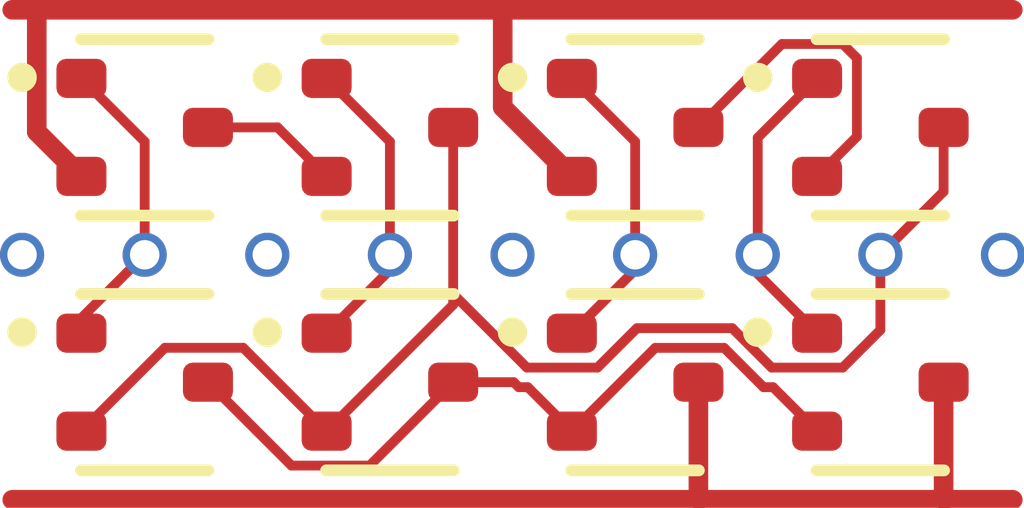
<source format=kicad_pcb>
(kicad_pcb (version 20241229) (generator "pcbnew") (generator_version "9.0")
  (layers (0 "F.Cu" signal) (2 "B.Cu" signal) (13 "F.Paste" user) (15 "B.Paste" user) (5 "F.SilkS" user "F.Silkscreen") (7 "B.SilkS" user "B.Silkscreen") (1 "F.Mask" user) (3 "B.Mask" user) (25 "Edge.Cuts" user))
  (net 0 "")
  (net 1 "Net-(N1-D)")
  (net 2 "GND")
  (net 3 "A")
  (net 4 "B")
  (net 5 "Y")
  (net 6 "C")
  (net 7 "Net-(N3-D)")
  (net 8 "D")
  (net 9 "Net-(P1-D)")
  (net 10 "VDD")
  (footprint "Package_TO_SOT_SMD:SOT-523" (layer "F.Cu") (at 1.25 3.8)
    (property "Reference" "P1" (hide yes))
    (property "Value" "Q_PJFET_GSD" (hide yes))
    (fp_line (start 0.65 -0.9) (end -0.65 -0.9) (stroke (width 0.12)) (layer "F.SilkS"))
    (fp_line (start 0.65 0.9) (end -0.65 0.9) (stroke (width 0.12)) (layer "F.SilkS"))
    (fp_circle (center -1.25 -0.51) (end -1.1 -0.51) (fill yes) (layer "F.SilkS"))
    (pad "1" smd roundrect (at -0.645 -0.5 180) (size 0.51 0.4) (layers "F.Cu" "F.Mask" "F.Paste") (net 3 "A"))
    (pad "2" smd roundrect (at -0.645 0.5 180) (size 0.51 0.4) (layers "F.Cu" "F.Mask" "F.Paste") (net 5 "Y"))
    (pad "3" smd roundrect (at 0.645 0 180) (size 0.51 0.4) (layers "F.Cu" "F.Mask" "F.Paste") (net 9 "Net-(P1-D)"))
  )
  (footprint "Package_TO_SOT_SMD:SOT-523" (layer "F.Cu") (at 3.75 1.2)
    (property "Reference" "N2" (hide yes))
    (property "Value" "Q_NJFET_GSD" (hide yes))
    (fp_line (start 0.65 -0.9) (end -0.65 -0.9) (stroke (width 0.12)) (layer "F.SilkS"))
    (fp_line (start 0.65 0.9) (end -0.65 0.9) (stroke (width 0.12)) (layer "F.SilkS"))
    (fp_circle (center -1.25 -0.51) (end -1.1 -0.51) (fill yes) (layer "F.SilkS"))
    (pad "1" smd roundrect (at -0.645 -0.5 180) (size 0.51 0.4) (layers "F.Cu" "F.Mask" "F.Paste") (net 4 "B"))
    (pad "2" smd roundrect (at -0.645 0.5 180) (size 0.51 0.4) (layers "F.Cu" "F.Mask" "F.Paste") (net 1 "Net-(N1-D)"))
    (pad "3" smd roundrect (at 0.645 0 180) (size 0.51 0.4) (layers "F.Cu" "F.Mask" "F.Paste") (net 5 "Y"))
  )
  (footprint "Package_TO_SOT_SMD:SOT-523" (layer "F.Cu") (at 8.75 1.2)
    (property "Reference" "N4" (hide yes))
    (property "Value" "Q_NJFET_GSD" (hide yes))
    (fp_line (start 0.65 -0.9) (end -0.65 -0.9) (stroke (width 0.12)) (layer "F.SilkS"))
    (fp_line (start 0.65 0.9) (end -0.65 0.9) (stroke (width 0.12)) (layer "F.SilkS"))
    (fp_circle (center -1.25 -0.51) (end -1.1 -0.51) (fill yes) (layer "F.SilkS"))
    (pad "1" smd roundrect (at -0.645 -0.5 180) (size 0.51 0.4) (layers "F.Cu" "F.Mask" "F.Paste") (net 8 "D"))
    (pad "2" smd roundrect (at -0.645 0.5 180) (size 0.51 0.4) (layers "F.Cu" "F.Mask" "F.Paste") (net 7 "Net-(N3-D)"))
    (pad "3" smd roundrect (at 0.645 0 180) (size 0.51 0.4) (layers "F.Cu" "F.Mask" "F.Paste") (net 5 "Y"))
  )
  (footprint "Package_TO_SOT_SMD:SOT-523" (layer "F.Cu") (at 6.25 3.8)
    (property "Reference" "P3" (hide yes))
    (property "Value" "Q_PJFET_GSD" (hide yes))
    (fp_line (start 0.65 -0.9) (end -0.65 -0.9) (stroke (width 0.12)) (layer "F.SilkS"))
    (fp_line (start 0.65 0.9) (end -0.65 0.9) (stroke (width 0.12)) (layer "F.SilkS"))
    (fp_circle (center -1.25 -0.51) (end -1.1 -0.51) (fill yes) (layer "F.SilkS"))
    (pad "1" smd roundrect (at -0.645 -0.5 180) (size 0.51 0.4) (layers "F.Cu" "F.Mask" "F.Paste") (net 6 "C"))
    (pad "2" smd roundrect (at -0.645 0.5 180) (size 0.51 0.4) (layers "F.Cu" "F.Mask" "F.Paste") (net 9 "Net-(P1-D)"))
    (pad "3" smd roundrect (at 0.645 0 180) (size 0.51 0.4) (layers "F.Cu" "F.Mask" "F.Paste") (net 10 "VDD"))
  )
  (footprint "Package_TO_SOT_SMD:SOT-523" (layer "F.Cu") (at 3.75 3.8)
    (property "Reference" "P2" (hide yes))
    (property "Value" "Q_PJFET_GSD" (hide yes))
    (fp_line (start 0.65 -0.9) (end -0.65 -0.9) (stroke (width 0.12)) (layer "F.SilkS"))
    (fp_line (start 0.65 0.9) (end -0.65 0.9) (stroke (width 0.12)) (layer "F.SilkS"))
    (fp_circle (center -1.25 -0.51) (end -1.1 -0.51) (fill yes) (layer "F.SilkS"))
    (pad "1" smd roundrect (at -0.645 -0.5 180) (size 0.51 0.4) (layers "F.Cu" "F.Mask" "F.Paste") (net 4 "B"))
    (pad "2" smd roundrect (at -0.645 0.5 180) (size 0.51 0.4) (layers "F.Cu" "F.Mask" "F.Paste") (net 5 "Y"))
    (pad "3" smd roundrect (at 0.645 0 180) (size 0.51 0.4) (layers "F.Cu" "F.Mask" "F.Paste") (net 9 "Net-(P1-D)"))
  )
  (footprint "Package_TO_SOT_SMD:SOT-523" (layer "F.Cu") (at 8.75 3.8)
    (property "Reference" "P4" (hide yes))
    (property "Value" "Q_PJFET_GSD" (hide yes))
    (fp_line (start 0.65 -0.9) (end -0.65 -0.9) (stroke (width 0.12)) (layer "F.SilkS"))
    (fp_line (start 0.65 0.9) (end -0.65 0.9) (stroke (width 0.12)) (layer "F.SilkS"))
    (fp_circle (center -1.25 -0.51) (end -1.1 -0.51) (fill yes) (layer "F.SilkS"))
    (pad "1" smd roundrect (at -0.645 -0.5 180) (size 0.51 0.4) (layers "F.Cu" "F.Mask" "F.Paste") (net 8 "D"))
    (pad "2" smd roundrect (at -0.645 0.5 180) (size 0.51 0.4) (layers "F.Cu" "F.Mask" "F.Paste") (net 9 "Net-(P1-D)"))
    (pad "3" smd roundrect (at 0.645 0 180) (size 0.51 0.4) (layers "F.Cu" "F.Mask" "F.Paste") (net 10 "VDD"))
  )
  (footprint "Package_TO_SOT_SMD:SOT-523" (layer "F.Cu") (at 1.25 1.2)
    (property "Reference" "N1" (hide yes))
    (property "Value" "Q_NJFET_GSD" (hide yes))
    (fp_line (start 0.65 -0.9) (end -0.65 -0.9) (stroke (width 0.12)) (layer "F.SilkS"))
    (fp_line (start 0.65 0.9) (end -0.65 0.9) (stroke (width 0.12)) (layer "F.SilkS"))
    (fp_circle (center -1.25 -0.51) (end -1.1 -0.51) (fill yes) (layer "F.SilkS"))
    (pad "1" smd roundrect (at -0.645 -0.5 180) (size 0.51 0.4) (layers "F.Cu" "F.Mask" "F.Paste") (net 3 "A"))
    (pad "2" smd roundrect (at -0.645 0.5 180) (size 0.51 0.4) (layers "F.Cu" "F.Mask" "F.Paste") (net 2 "GND"))
    (pad "3" smd roundrect (at 0.645 0 180) (size 0.51 0.4) (layers "F.Cu" "F.Mask" "F.Paste") (net 1 "Net-(N1-D)"))
  )
  (footprint "Package_TO_SOT_SMD:SOT-523" (layer "F.Cu") (at 6.25 1.2)
    (property "Reference" "N3" (hide yes))
    (property "Value" "Q_NJFET_GSD" (hide yes))
    (fp_line (start 0.65 -0.9) (end -0.65 -0.9) (stroke (width 0.12)) (layer "F.SilkS"))
    (fp_line (start 0.65 0.9) (end -0.65 0.9) (stroke (width 0.12)) (layer "F.SilkS"))
    (fp_circle (center -1.25 -0.51) (end -1.1 -0.51) (fill yes) (layer "F.SilkS"))
    (pad "1" smd roundrect (at -0.645 -0.5 180) (size 0.51 0.4) (layers "F.Cu" "F.Mask" "F.Paste") (net 6 "C"))
    (pad "2" smd roundrect (at -0.645 0.5 180) (size 0.51 0.4) (layers "F.Cu" "F.Mask" "F.Paste") (net 2 "GND"))
    (pad "3" smd roundrect (at 0.645 0 180) (size 0.51 0.4) (layers "F.Cu" "F.Mask" "F.Paste") (net 7 "Net-(N3-D)"))
  )
  (via (at 10 2.5) (size 0.45) (drill 0.3) (layers "F.Cu" "B.Cu") (net 0))
  (via (at 5 2.5) (size 0.45) (drill 0.3) (layers "F.Cu" "B.Cu") (net 0))
  (via (at 0 2.5) (size 0.45) (drill 0.3) (layers "F.Cu" "B.Cu") (net 0))
  (via (at 2.5 2.5) (size 0.45) (drill 0.3) (layers "F.Cu" "B.Cu") (net 0))
  (segment (start 2.605 1.2) (end 3.105 1.7) (width 0.1) (layer "F.Cu") (net 1))
  (segment (start 1.895 1.2) (end 2.605 1.2) (width 0.1) (layer "F.Cu") (net 1))
  (segment (start 4.9 0.995) (end 4.9 0) (width 0.2) (layer "F.Cu") (net 2))
  (segment (start 0.605 1.7) (end 0.15 1.245) (width 0.2) (layer "F.Cu") (net 2))
  (segment (start 5.605 1.7) (end 4.9 0.995) (width 0.2) (layer "F.Cu") (net 2))
  (segment (start 0.15 0.05) (end 0.2 0) (width 0.2) (layer "F.Cu") (net 2))
  (segment (start 4.8 0) (end 10.1 0) (width 0.2) (layer "F.Cu") (net 2))
  (segment (start -0.1 0) (end 0.2 0) (width 0.2) (layer "F.Cu") (net 2))
  (segment (start 0.2 0) (end 4.8 0) (width 0.2) (layer "F.Cu") (net 2))
  (segment (start 0.15 1.245) (end 0.15 0.05) (width 0.2) (layer "F.Cu") (net 2))
  (segment (start 1.25 1.345) (end 1.25 2.5) (width 0.1) (layer "F.Cu") (net 3))
  (segment (start 0.605 0.7) (end 1.25 1.345) (width 0.1) (layer "F.Cu") (net 3))
  (segment (start 1.25 2.5) (end 0.605 3.145) (width 0.1) (layer "F.Cu") (net 3))
  (segment (start 0.605 3.145) (end 0.605 3.3) (width 0.1) (layer "F.Cu") (net 3))
  (via (at 1.25 2.5) (size 0.45) (drill 0.3) (layers "F.Cu" "B.Cu") (net 3))
  (segment (start 3.105 0.7) (end 3.75 1.345) (width 0.1) (layer "F.Cu") (net 4))
  (segment (start 3.75 2.5) (end 3.75 2.655) (width 0.1) (layer "F.Cu") (net 4))
  (segment (start 3.75 1.345) (end 3.75 2.5) (width 0.1) (layer "F.Cu") (net 4))
  (segment (start 3.75 2.655) (end 3.105 3.3) (width 0.1) (layer "F.Cu") (net 4))
  (via (at 3.75 2.5) (size 0.45) (drill 0.3) (layers "F.Cu" "B.Cu") (net 4))
  (segment (start 8.366738 3.651) (end 7.64158 3.651) (width 0.1) (layer "F.Cu") (net 5))
  (segment (start 8.75 2.5) (end 8.75 3.267738) (width 0.1) (layer "F.Cu") (net 5))
  (segment (start 9.395 1.855) (end 8.75 2.5) (width 0.1) (layer "F.Cu") (net 5))
  (segment (start 5.146 3.651) (end 4.395 2.9) (width 0.1) (layer "F.Cu") (net 5))
  (segment (start 1.456 3.449) (end 0.605 4.3) (width 0.1) (layer "F.Cu") (net 5))
  (segment (start 5.866738 3.651) (end 5.146 3.651) (width 0.1) (layer "F.Cu") (net 5))
  (segment (start 3.105 4.3) (end 4.395 3.01) (width 0.1) (layer "F.Cu") (net 5))
  (segment (start 2.254 3.449) (end 1.456 3.449) (width 0.1) (layer "F.Cu") (net 5))
  (segment (start 4.395 2.9) (end 4.395 1.2) (width 0.1) (layer "F.Cu") (net 5))
  (segment (start 8.75 3.267738) (end 8.366738 3.651) (width 0.1) (layer "F.Cu") (net 5))
  (segment (start 4.395 3.01) (end 4.395 2.9) (width 0.1) (layer "F.Cu") (net 5))
  (segment (start 3.105 4.3) (end 2.254 3.449) (width 0.1) (layer "F.Cu") (net 5))
  (segment (start 7.239581 3.249) (end 6.268738 3.249) (width 0.1) (layer "F.Cu") (net 5))
  (segment (start 7.64158 3.651) (end 7.239581 3.249) (width 0.1) (layer "F.Cu") (net 5))
  (segment (start 9.395 1.2) (end 9.395 1.855) (width 0.1) (layer "F.Cu") (net 5))
  (segment (start 6.268738 3.249) (end 5.866738 3.651) (width 0.1) (layer "F.Cu") (net 5))
  (via (at 8.75 2.5) (size 0.45) (drill 0.3) (layers "F.Cu" "B.Cu") (net 5))
  (segment (start 6.25 1.345) (end 6.25 2.5) (width 0.1) (layer "F.Cu") (net 6))
  (segment (start 5.605 0.7) (end 6.25 1.345) (width 0.1) (layer "F.Cu") (net 6))
  (segment (start 6.25 2.655) (end 5.605 3.3) (width 0.1) (layer "F.Cu") (net 6))
  (segment (start 6.25 2.5) (end 6.25 2.655) (width 0.1) (layer "F.Cu") (net 6))
  (via (at 6.25 2.5) (size 0.45) (drill 0.3) (layers "F.Cu" "B.Cu") (net 6))
  (segment (start 8.511 0.493262) (end 8.511 1.294) (width 0.1) (layer "F.Cu") (net 7))
  (segment (start 8.511 1.294) (end 8.105 1.7) (width 0.1) (layer "F.Cu") (net 7))
  (segment (start 7.746 0.349) (end 8.366738 0.349) (width 0.1) (layer "F.Cu") (net 7))
  (segment (start 8.366738 0.349) (end 8.511 0.493262) (width 0.1) (layer "F.Cu") (net 7))
  (segment (start 6.895 1.2) (end 7.746 0.349) (width 0.1) (layer "F.Cu") (net 7))
  (segment (start 8.105 0.7) (end 7.5 1.305) (width 0.1) (layer "F.Cu") (net 8))
  (segment (start 7.5 2.695) (end 8.105 3.3) (width 0.1) (layer "F.Cu") (net 8))
  (segment (start 7.5 1.305) (end 7.5 2.5) (width 0.1) (layer "F.Cu") (net 8))
  (segment (start 7.5 2.5) (end 7.5 2.695) (width 0.1) (layer "F.Cu") (net 8))
  (via (at 7.5 2.5) (size 0.45) (drill 0.3) (layers "F.Cu" "B.Cu") (net 8))
  (segment (start 7.656 3.851) (end 8.105 4.3) (width 0.1) (layer "F.Cu") (net 9))
  (segment (start 7.558737 3.851) (end 7.656 3.851) (width 0.1) (layer "F.Cu") (net 9))
  (segment (start 6.455 3.45) (end 7.157738 3.45) (width 0.1) (layer "F.Cu") (net 9))
  (segment (start 2.746 4.651) (end 3.544 4.651) (width 0.1) (layer "F.Cu") (net 9))
  (segment (start 5.063158 3.851) (end 5.156 3.851) (width 0.1) (layer "F.Cu") (net 9))
  (segment (start 7.157738 3.45) (end 7.558737 3.851) (width 0.1) (layer "F.Cu") (net 9))
  (segment (start 5.605 4.3) (end 6.455 3.45) (width 0.1) (layer "F.Cu") (net 9))
  (segment (start 1.895 3.8) (end 2.746 4.651) (width 0.1) (layer "F.Cu") (net 9))
  (segment (start 3.544 4.651) (end 4.395 3.8) (width 0.1) (layer "F.Cu") (net 9))
  (segment (start 4.395 3.8) (end 5.012157 3.8) (width 0.1) (layer "F.Cu") (net 9))
  (segment (start 5.012157 3.8) (end 5.063158 3.851) (width 0.1) (layer "F.Cu") (net 9))
  (segment (start 5.156 3.851) (end 5.605 4.3) (width 0.1) (layer "F.Cu") (net 9))
  (segment (start 6.9 5) (end 9.4 5) (width 0.2) (layer "F.Cu") (net 10))
  (segment (start 6.895 3.8) (end 6.895 4.995) (width 0.2) (layer "F.Cu") (net 10))
  (segment (start 9.395 4.995) (end 9.4 5) (width 0.2) (layer "F.Cu") (net 10))
  (segment (start 9.4 5) (end 10.1 5) (width 0.2) (layer "F.Cu") (net 10))
  (segment (start 6.895 4.995) (end 6.9 5) (width 0.2) (layer "F.Cu") (net 10))
  (segment (start 9.395 3.8) (end 9.395 4.995) (width 0.2) (layer "F.Cu") (net 10))
  (segment (start -0.1 5) (end 6.9 5) (width 0.2) (layer "F.Cu") (net 10))
)
</source>
